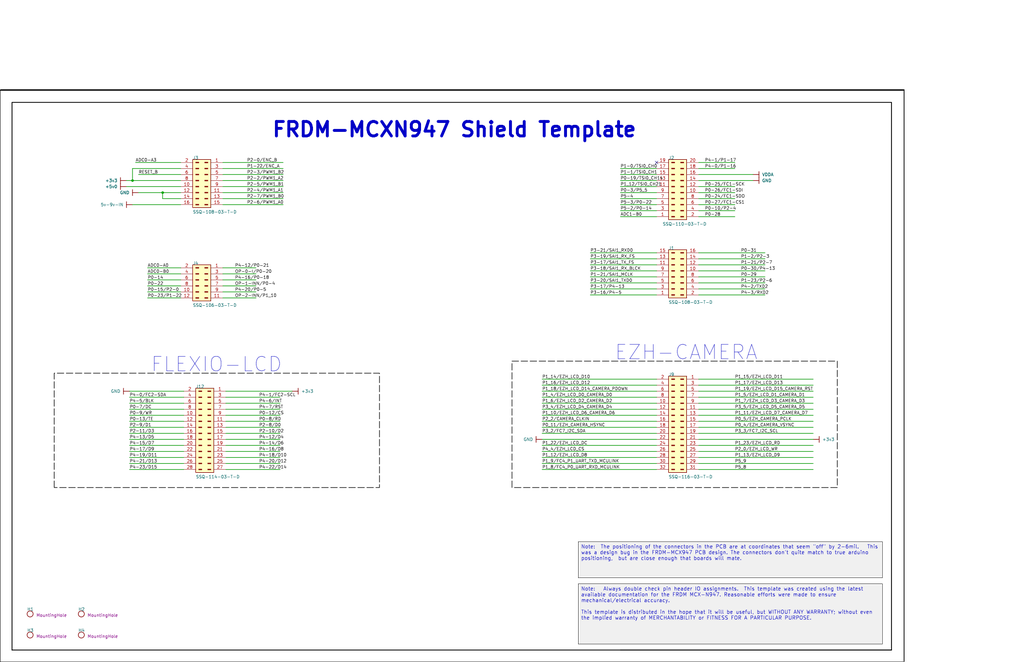
<source format=kicad_sch>
(kicad_sch (version 20230121) (generator eeschema)
  (paper "B")
  (lib_symbols
    (symbol "FRDM-MCXN947__Shield_Template-altium-import:+3v3" (power)
      (property "Reference" "#PWR" (at 0 0 0))
      (property "Value" "+3v3" (at 0 3.81 0))
      (symbol "+3v3_0_0"
        (polyline (pts (xy -1.27 -2.54) (xy 1.27 -2.54)) (stroke (width 0.254)))
        (polyline (pts (xy 0 0) (xy 0 -2.54)) (stroke (width 0.254)))
        (pin power_in line (at 0 0 0) (length 0) hide (name "+3v3") (number ""))
      )
    )
    (symbol "FRDM-MCXN947__Shield_Template-altium-import:+5v0" (power)
      (property "Reference" "#PWR" (at 0 0 0))
      (property "Value" "+5v0" (at 0 3.81 0))
      (symbol "+5v0_0_0"
        (polyline (pts (xy -1.27 -2.54) (xy 1.27 -2.54)) (stroke (width 0.254)))
        (polyline (pts (xy 0 0) (xy 0 -2.54)) (stroke (width 0.254)))
        (pin power_in line (at 0 0 0) (length 0) hide (name "+5v0") (number ""))
      )
    )
    (symbol "FRDM-MCXN947__Shield_Template-altium-import:5v-9v-IN" (power)
      (property "Reference" "#PWR" (at 0 0 0))
      (property "Value" "5v-9v-IN" (at 0 3.81 0))
      (symbol "5v-9v-IN_0_0"
        (polyline (pts (xy -1.27 -2.54) (xy 1.27 -2.54)) (stroke (width 0.254)))
        (polyline (pts (xy 0 0) (xy 0 -2.54)) (stroke (width 0.254)))
        (pin power_in line (at 0 0 0) (length 0) hide (name "5v-9v-IN") (number ""))
      )
    )
    (symbol "FRDM-MCXN947__Shield_Template-altium-import:GND" (power)
      (property "Reference" "#PWR" (at 0 0 0))
      (property "Value" "GND" (at 0 3.81 0))
      (symbol "GND_0_0"
        (polyline (pts (xy -1.27 -2.54) (xy 1.27 -2.54)) (stroke (width 0.254)))
        (polyline (pts (xy 0 0) (xy 0 -2.54)) (stroke (width 0.254)))
        (pin power_in line (at 0 0 0) (length 0) hide (name "GND") (number ""))
      )
    )
    (symbol "FRDM-MCXN947__Shield_Template-altium-import:VDDA" (power)
      (property "Reference" "#PWR" (at 0 0 0))
      (property "Value" "VDDA" (at 0 3.81 0))
      (symbol "VDDA_0_0"
        (polyline (pts (xy -1.27 -2.54) (xy 1.27 -2.54)) (stroke (width 0.254)))
        (polyline (pts (xy 0 0) (xy 0 -2.54)) (stroke (width 0.254)))
        (pin power_in line (at 0 0 0) (length 0) hide (name "VDDA") (number ""))
      )
    )
    (symbol "FRDM-MCXN947__Shield_Template-altium-import:root_0_Mechanical_MountingHole"
      (symbol "root_0_Mechanical_MountingHole_1_0"
        (circle (center 0 0) (radius 1.27) (stroke (width 0.254)))
      )
    )
    (symbol "FRDM-MCXN947__Shield_Template-altium-import:root_0_mirrored_SSQ-106-03-T-D"
      (symbol "root_0_mirrored_SSQ-106-03-T-D_1_0"
        (rectangle (start -1.27 -7.493) (end -2.54 -7.747) (stroke (width 0.254)))
        (rectangle (start -1.27 -4.953) (end -2.54 -5.207) (stroke (width 0.254)))
        (rectangle (start -1.27 -2.413) (end -2.54 -2.667) (stroke (width 0.254)))
        (rectangle (start -1.27 0.127) (end -2.54 -0.127) (stroke (width 0.254)))
        (rectangle (start -1.27 2.667) (end -2.54 2.413) (stroke (width 0.254)))
        (rectangle (start -1.27 5.207) (end -2.54 4.953) (stroke (width 0.254)))
        (rectangle (start 2.54 -7.493) (end 1.27 -7.747) (stroke (width 0.254)))
        (rectangle (start 2.54 -4.953) (end 1.27 -5.207) (stroke (width 0.254)))
        (rectangle (start 2.54 -2.413) (end 1.27 -2.667) (stroke (width 0.254)))
        (rectangle (start 2.54 0.127) (end 1.27 -0.127) (stroke (width 0.254)))
        (rectangle (start 2.54 2.667) (end 1.27 2.413) (stroke (width 0.254)))
        (rectangle (start 2.54 5.207) (end 1.27 4.953) (stroke (width 0.254)))
        (rectangle (start 3.81 6.35) (end -3.81 -8.89) (stroke (width 0.254)) (fill (type background)))
        (pin passive line (at 8.89 5.08 180) (length 5.08) (name "Pin_1") (number "1"))
        (pin passive line (at -8.89 -5.08 0) (length 5.08) (name "Pin_10") (number "10"))
        (pin passive line (at 8.89 -7.62 180) (length 5.08) (name "Pin_11") (number "11"))
        (pin passive line (at -8.89 -7.62 0) (length 5.08) (name "Pin_12") (number "12"))
        (pin passive line (at -8.89 5.08 0) (length 5.08) (name "Pin_2") (number "2"))
        (pin passive line (at 8.89 2.54 180) (length 5.08) (name "Pin_3") (number "3"))
        (pin passive line (at -8.89 2.54 0) (length 5.08) (name "Pin_4") (number "4"))
        (pin passive line (at 8.89 0 180) (length 5.08) (name "Pin_5") (number "5"))
        (pin passive line (at -8.89 0 0) (length 5.08) (name "Pin_6") (number "6"))
        (pin passive line (at 8.89 -2.54 180) (length 5.08) (name "Pin_7") (number "7"))
        (pin passive line (at -8.89 -2.54 0) (length 5.08) (name "Pin_8") (number "8"))
        (pin passive line (at 8.89 -5.08 180) (length 5.08) (name "Pin_9") (number "9"))
      )
    )
    (symbol "FRDM-MCXN947__Shield_Template-altium-import:root_0_mirrored_SSQ-108-03-T-D"
      (symbol "root_0_mirrored_SSQ-108-03-T-D_1_0"
        (rectangle (start -1.27 -10.033) (end -2.54 -10.287) (stroke (width 0.254)))
        (rectangle (start -1.27 -7.493) (end -2.54 -7.747) (stroke (width 0.254)))
        (rectangle (start -1.27 -4.953) (end -2.54 -5.207) (stroke (width 0.254)))
        (rectangle (start -1.27 -2.413) (end -2.54 -2.667) (stroke (width 0.254)))
        (rectangle (start -1.27 0.127) (end -2.54 -0.127) (stroke (width 0.254)))
        (rectangle (start -1.27 2.667) (end -2.54 2.413) (stroke (width 0.254)))
        (rectangle (start -1.27 5.207) (end -2.54 4.953) (stroke (width 0.254)))
        (rectangle (start -1.27 7.747) (end -2.54 7.493) (stroke (width 0.254)))
        (rectangle (start 2.54 -10.033) (end 1.27 -10.287) (stroke (width 0.254)))
        (rectangle (start 2.54 -7.493) (end 1.27 -7.747) (stroke (width 0.254)))
        (rectangle (start 2.54 -4.953) (end 1.27 -5.207) (stroke (width 0.254)))
        (rectangle (start 2.54 -2.413) (end 1.27 -2.667) (stroke (width 0.254)))
        (rectangle (start 2.54 0.127) (end 1.27 -0.127) (stroke (width 0.254)))
        (rectangle (start 2.54 2.667) (end 1.27 2.413) (stroke (width 0.254)))
        (rectangle (start 2.54 5.207) (end 1.27 4.953) (stroke (width 0.254)))
        (rectangle (start 2.54 7.747) (end 1.27 7.493) (stroke (width 0.254)))
        (rectangle (start 3.81 8.89) (end -3.81 -11.43) (stroke (width 0.254)) (fill (type background)))
        (pin passive line (at 8.89 7.62 180) (length 5.08) (name "Pin_1") (number "1"))
        (pin passive line (at -8.89 -2.54 0) (length 5.08) (name "Pin_10") (number "10"))
        (pin passive line (at 8.89 -5.08 180) (length 5.08) (name "Pin_11") (number "11"))
        (pin passive line (at -8.89 -5.08 0) (length 5.08) (name "Pin_12") (number "12"))
        (pin passive line (at 8.89 -7.62 180) (length 5.08) (name "Pin_13") (number "13"))
        (pin passive line (at -8.89 -7.62 0) (length 5.08) (name "Pin_14") (number "14"))
        (pin passive line (at 8.89 -10.16 180) (length 5.08) (name "Pin_15") (number "15"))
        (pin passive line (at -8.89 -10.16 0) (length 5.08) (name "Pin_16") (number "16"))
        (pin passive line (at -8.89 7.62 0) (length 5.08) (name "Pin_2") (number "2"))
        (pin passive line (at 8.89 5.08 180) (length 5.08) (name "Pin_3") (number "3"))
        (pin passive line (at -8.89 5.08 0) (length 5.08) (name "Pin_4") (number "4"))
        (pin passive line (at 8.89 2.54 180) (length 5.08) (name "Pin_5") (number "5"))
        (pin passive line (at -8.89 2.54 0) (length 5.08) (name "Pin_6") (number "6"))
        (pin passive line (at 8.89 0 180) (length 5.08) (name "Pin_7") (number "7"))
        (pin passive line (at -8.89 0 0) (length 5.08) (name "Pin_8") (number "8"))
        (pin passive line (at 8.89 -2.54 180) (length 5.08) (name "Pin_9") (number "9"))
      )
    )
    (symbol "FRDM-MCXN947__Shield_Template-altium-import:root_0_mirrored_SSQ-114-03-T-D"
      (symbol "root_0_mirrored_SSQ-114-03-T-D_1_0"
        (rectangle (start -1.27 -18.923) (end -2.54 -19.177) (stroke (width 0.254)))
        (rectangle (start -1.27 -16.383) (end -2.54 -16.637) (stroke (width 0.254)))
        (rectangle (start -1.27 -13.843) (end -2.54 -14.097) (stroke (width 0.254)))
        (rectangle (start -1.27 -11.303) (end -2.54 -11.557) (stroke (width 0.254)))
        (rectangle (start -1.27 -8.763) (end -2.54 -9.017) (stroke (width 0.254)))
        (rectangle (start -1.27 -6.223) (end -2.54 -6.477) (stroke (width 0.254)))
        (rectangle (start -1.27 -3.683) (end -2.54 -3.937) (stroke (width 0.254)))
        (rectangle (start -1.27 -1.143) (end -2.54 -1.397) (stroke (width 0.254)))
        (rectangle (start -1.27 1.397) (end -2.54 1.143) (stroke (width 0.254)))
        (rectangle (start -1.27 3.937) (end -2.54 3.683) (stroke (width 0.254)))
        (rectangle (start -1.27 6.477) (end -2.54 6.223) (stroke (width 0.254)))
        (rectangle (start -1.27 9.017) (end -2.54 8.763) (stroke (width 0.254)))
        (rectangle (start -1.27 11.557) (end -2.54 11.303) (stroke (width 0.254)))
        (rectangle (start -1.27 14.097) (end -2.54 13.843) (stroke (width 0.254)))
        (rectangle (start 2.54 -18.923) (end 1.27 -19.177) (stroke (width 0.254)))
        (rectangle (start 2.54 -16.383) (end 1.27 -16.637) (stroke (width 0.254)))
        (rectangle (start 2.54 -13.843) (end 1.27 -14.097) (stroke (width 0.254)))
        (rectangle (start 2.54 -11.303) (end 1.27 -11.557) (stroke (width 0.254)))
        (rectangle (start 2.54 -8.763) (end 1.27 -9.017) (stroke (width 0.254)))
        (rectangle (start 2.54 -6.223) (end 1.27 -6.477) (stroke (width 0.254)))
        (rectangle (start 2.54 -3.683) (end 1.27 -3.937) (stroke (width 0.254)))
        (rectangle (start 2.54 -1.143) (end 1.27 -1.397) (stroke (width 0.254)))
        (rectangle (start 2.54 1.397) (end 1.27 1.143) (stroke (width 0.254)))
        (rectangle (start 2.54 3.937) (end 1.27 3.683) (stroke (width 0.254)))
        (rectangle (start 2.54 6.477) (end 1.27 6.223) (stroke (width 0.254)))
        (rectangle (start 2.54 9.017) (end 1.27 8.763) (stroke (width 0.254)))
        (rectangle (start 2.54 11.557) (end 1.27 11.303) (stroke (width 0.254)))
        (rectangle (start 2.54 14.097) (end 1.27 13.843) (stroke (width 0.254)))
        (rectangle (start 3.81 15.24) (end -3.81 -20.32) (stroke (width 0.254)) (fill (type background)))
        (pin passive line (at 8.89 13.97 180) (length 5.08) (name "Pin_1") (number "1"))
        (pin passive line (at -8.89 3.81 0) (length 5.08) (name "Pin_10") (number "10"))
        (pin passive line (at 8.89 1.27 180) (length 5.08) (name "Pin_11") (number "11"))
        (pin passive line (at -8.89 1.27 0) (length 5.08) (name "Pin_12") (number "12"))
        (pin passive line (at 8.89 -1.27 180) (length 5.08) (name "Pin_13") (number "13"))
        (pin passive line (at -8.89 -1.27 0) (length 5.08) (name "Pin_14") (number "14"))
        (pin passive line (at 8.89 -3.81 180) (length 5.08) (name "Pin_15") (number "15"))
        (pin passive line (at -8.89 -3.81 0) (length 5.08) (name "Pin_16") (number "16"))
        (pin passive line (at 8.89 -6.35 180) (length 5.08) (name "Pin_17") (number "17"))
        (pin passive line (at -8.89 -6.35 0) (length 5.08) (name "Pin_18") (number "18"))
        (pin passive line (at 8.89 -8.89 180) (length 5.08) (name "Pin_19") (number "19"))
        (pin passive line (at -8.89 13.97 0) (length 5.08) (name "Pin_2") (number "2"))
        (pin passive line (at -8.89 -8.89 0) (length 5.08) (name "Pin_20") (number "20"))
        (pin passive line (at 8.89 -11.43 180) (length 5.08) (name "Pin_21") (number "21"))
        (pin passive line (at -8.89 -11.43 0) (length 5.08) (name "Pin_22") (number "22"))
        (pin passive line (at 8.89 -13.97 180) (length 5.08) (name "Pin_23") (number "23"))
        (pin passive line (at -8.89 -13.97 0) (length 5.08) (name "Pin_24") (number "24"))
        (pin passive line (at 8.89 -16.51 180) (length 5.08) (name "Pin_25") (number "25"))
        (pin passive line (at -8.89 -16.51 0) (length 5.08) (name "Pin_26") (number "26"))
        (pin passive line (at 8.89 -19.05 180) (length 5.08) (name "Pin_27") (number "27"))
        (pin passive line (at -8.89 -19.05 0) (length 5.08) (name "Pin_28") (number "28"))
        (pin passive line (at 8.89 11.43 180) (length 5.08) (name "Pin_3") (number "3"))
        (pin passive line (at -8.89 11.43 0) (length 5.08) (name "Pin_4") (number "4"))
        (pin passive line (at 8.89 8.89 180) (length 5.08) (name "Pin_5") (number "5"))
        (pin passive line (at -8.89 8.89 0) (length 5.08) (name "Pin_6") (number "6"))
        (pin passive line (at 8.89 6.35 180) (length 5.08) (name "Pin_7") (number "7"))
        (pin passive line (at -8.89 6.35 0) (length 5.08) (name "Pin_8") (number "8"))
        (pin passive line (at 8.89 3.81 180) (length 5.08) (name "Pin_9") (number "9"))
      )
    )
    (symbol "FRDM-MCXN947__Shield_Template-altium-import:root_0_mirrored_SSQ-116-03-T-D"
      (symbol "root_0_mirrored_SSQ-116-03-T-D_1_0"
        (rectangle (start -1.27 -20.193) (end -2.54 -20.447) (stroke (width 0.254)))
        (rectangle (start -1.27 -17.653) (end -2.54 -17.907) (stroke (width 0.254)))
        (rectangle (start -1.27 -15.113) (end -2.54 -15.367) (stroke (width 0.254)))
        (rectangle (start -1.27 -12.573) (end -2.54 -12.827) (stroke (width 0.254)))
        (rectangle (start -1.27 -10.033) (end -2.54 -10.287) (stroke (width 0.254)))
        (rectangle (start -1.27 -7.493) (end -2.54 -7.747) (stroke (width 0.254)))
        (rectangle (start -1.27 -4.953) (end -2.54 -5.207) (stroke (width 0.254)))
        (rectangle (start -1.27 -2.413) (end -2.54 -2.667) (stroke (width 0.254)))
        (rectangle (start -1.27 0.127) (end -2.54 -0.127) (stroke (width 0.254)))
        (rectangle (start -1.27 2.667) (end -2.54 2.413) (stroke (width 0.254)))
        (rectangle (start -1.27 5.207) (end -2.54 4.953) (stroke (width 0.254)))
        (rectangle (start -1.27 7.747) (end -2.54 7.493) (stroke (width 0.254)))
        (rectangle (start -1.27 10.287) (end -2.54 10.033) (stroke (width 0.254)))
        (rectangle (start -1.27 12.827) (end -2.54 12.573) (stroke (width 0.254)))
        (rectangle (start -1.27 15.367) (end -2.54 15.113) (stroke (width 0.254)))
        (rectangle (start -1.27 17.907) (end -2.54 17.653) (stroke (width 0.254)))
        (rectangle (start 2.54 -20.193) (end 1.27 -20.447) (stroke (width 0.254)))
        (rectangle (start 2.54 -17.653) (end 1.27 -17.907) (stroke (width 0.254)))
        (rectangle (start 2.54 -15.113) (end 1.27 -15.367) (stroke (width 0.254)))
        (rectangle (start 2.54 -12.573) (end 1.27 -12.827) (stroke (width 0.254)))
        (rectangle (start 2.54 -10.033) (end 1.27 -10.287) (stroke (width 0.254)))
        (rectangle (start 2.54 -7.493) (end 1.27 -7.747) (stroke (width 0.254)))
        (rectangle (start 2.54 -4.953) (end 1.27 -5.207) (stroke (width 0.254)))
        (rectangle (start 2.54 -2.413) (end 1.27 -2.667) (stroke (width 0.254)))
        (rectangle (start 2.54 0.127) (end 1.27 -0.127) (stroke (width 0.254)))
        (rectangle (start 2.54 2.667) (end 1.27 2.413) (stroke (width 0.254)))
        (rectangle (start 2.54 5.207) (end 1.27 4.953) (stroke (width 0.254)))
        (rectangle (start 2.54 7.747) (end 1.27 7.493) (stroke (width 0.254)))
        (rectangle (start 2.54 10.287) (end 1.27 10.033) (stroke (width 0.254)))
        (rectangle (start 2.54 12.827) (end 1.27 12.573) (stroke (width 0.254)))
        (rectangle (start 2.54 15.367) (end 1.27 15.113) (stroke (width 0.254)))
        (rectangle (start 2.54 17.907) (end 1.27 17.653) (stroke (width 0.254)))
        (rectangle (start 3.81 19.05) (end -3.81 -21.59) (stroke (width 0.254)) (fill (type background)))
        (pin passive line (at 8.89 17.78 180) (length 5.08) (name "Pin_1") (number "1"))
        (pin passive line (at -8.89 7.62 0) (length 5.08) (name "Pin_10") (number "10"))
        (pin passive line (at 8.89 5.08 180) (length 5.08) (name "Pin_11") (number "11"))
        (pin passive line (at -8.89 5.08 0) (length 5.08) (name "Pin_12") (number "12"))
        (pin passive line (at 8.89 2.54 180) (length 5.08) (name "Pin_13") (number "13"))
        (pin passive line (at -8.89 2.54 0) (length 5.08) (name "Pin_14") (number "14"))
        (pin passive line (at 8.89 0 180) (length 5.08) (name "Pin_15") (number "15"))
        (pin passive line (at -8.89 0 0) (length 5.08) (name "Pin_16") (number "16"))
        (pin passive line (at 8.89 -2.54 180) (length 5.08) (name "Pin_17") (number "17"))
        (pin passive line (at -8.89 -2.54 0) (length 5.08) (name "Pin_18") (number "18"))
        (pin passive line (at 8.89 -5.08 180) (length 5.08) (name "Pin_19") (number "19"))
        (pin passive line (at -8.89 17.78 0) (length 5.08) (name "Pin_2") (number "2"))
        (pin passive line (at -8.89 -5.08 0) (length 5.08) (name "Pin_20") (number "20"))
        (pin passive line (at 8.89 -7.62 180) (length 5.08) (name "Pin_21") (number "21"))
        (pin passive line (at -8.89 -7.62 0) (length 5.08) (name "Pin_22") (number "22"))
        (pin passive line (at 8.89 -10.16 180) (length 5.08) (name "Pin_23") (number "23"))
        (pin passive line (at -8.89 -10.16 0) (length 5.08) (name "Pin_24") (number "24"))
        (pin passive line (at 8.89 -12.7 180) (length 5.08) (name "Pin_25") (number "25"))
        (pin passive line (at -8.89 -12.7 0) (length 5.08) (name "Pin_26") (number "26"))
        (pin passive line (at 8.89 -15.24 180) (length 5.08) (name "Pin_27") (number "27"))
        (pin passive line (at -8.89 -15.24 0) (length 5.08) (name "Pin_28") (number "28"))
        (pin passive line (at 8.89 -17.78 180) (length 5.08) (name "Pin_29") (number "29"))
        (pin passive line (at 8.89 15.24 180) (length 5.08) (name "Pin_3") (number "3"))
        (pin passive line (at -8.89 -17.78 0) (length 5.08) (name "Pin_30") (number "30"))
        (pin passive line (at 8.89 -20.32 180) (length 5.08) (name "Pin_31") (number "31"))
        (pin passive line (at -8.89 -20.32 0) (length 5.08) (name "Pin_32") (number "32"))
        (pin passive line (at -8.89 15.24 0) (length 5.08) (name "Pin_4") (number "4"))
        (pin passive line (at 8.89 12.7 180) (length 5.08) (name "Pin_5") (number "5"))
        (pin passive line (at -8.89 12.7 0) (length 5.08) (name "Pin_6") (number "6"))
        (pin passive line (at 8.89 10.16 180) (length 5.08) (name "Pin_7") (number "7"))
        (pin passive line (at -8.89 10.16 0) (length 5.08) (name "Pin_8") (number "8"))
        (pin passive line (at 8.89 7.62 180) (length 5.08) (name "Pin_9") (number "9"))
      )
    )
    (symbol "FRDM-MCXN947__Shield_Template-altium-import:root_2_mirrored_SSQ-108-03-T-D"
      (symbol "root_2_mirrored_SSQ-108-03-T-D_1_0"
        (rectangle (start -1.27 -7.493) (end -2.54 -7.747) (stroke (width 0.254)))
        (rectangle (start -1.27 -4.953) (end -2.54 -5.207) (stroke (width 0.254)))
        (rectangle (start -1.27 -2.413) (end -2.54 -2.667) (stroke (width 0.254)))
        (rectangle (start -1.27 0.127) (end -2.54 -0.127) (stroke (width 0.254)))
        (rectangle (start -1.27 2.667) (end -2.54 2.413) (stroke (width 0.254)))
        (rectangle (start -1.27 5.207) (end -2.54 4.953) (stroke (width 0.254)))
        (rectangle (start -1.27 7.747) (end -2.54 7.493) (stroke (width 0.254)))
        (rectangle (start -1.27 10.287) (end -2.54 10.033) (stroke (width 0.254)))
        (rectangle (start 2.54 -7.493) (end 1.27 -7.747) (stroke (width 0.254)))
        (rectangle (start 2.54 -4.953) (end 1.27 -5.207) (stroke (width 0.254)))
        (rectangle (start 2.54 -2.413) (end 1.27 -2.667) (stroke (width 0.254)))
        (rectangle (start 2.54 0.127) (end 1.27 -0.127) (stroke (width 0.254)))
        (rectangle (start 2.54 2.667) (end 1.27 2.413) (stroke (width 0.254)))
        (rectangle (start 2.54 5.207) (end 1.27 4.953) (stroke (width 0.254)))
        (rectangle (start 2.54 7.747) (end 1.27 7.493) (stroke (width 0.254)))
        (rectangle (start 2.54 10.287) (end 1.27 10.033) (stroke (width 0.254)))
        (rectangle (start 3.81 11.43) (end -3.81 -8.89) (stroke (width 0.254)) (fill (type background)))
        (pin passive line (at -8.89 -7.62 0) (length 5.08) (name "Pin_1") (number "1"))
        (pin passive line (at 8.89 2.54 180) (length 5.08) (name "Pin_10") (number "10"))
        (pin passive line (at -8.89 5.08 0) (length 5.08) (name "Pin_11") (number "11"))
        (pin passive line (at 8.89 5.08 180) (length 5.08) (name "Pin_12") (number "12"))
        (pin passive line (at -8.89 7.62 0) (length 5.08) (name "Pin_13") (number "13"))
        (pin passive line (at 8.89 7.62 180) (length 5.08) (name "Pin_14") (number "14"))
        (pin passive line (at -8.89 10.16 0) (length 5.08) (name "Pin_15") (number "15"))
        (pin passive line (at 8.89 10.16 180) (length 5.08) (name "Pin_16") (number "16"))
        (pin passive line (at 8.89 -7.62 180) (length 5.08) (name "Pin_2") (number "2"))
        (pin passive line (at -8.89 -5.08 0) (length 5.08) (name "Pin_3") (number "3"))
        (pin passive line (at 8.89 -5.08 180) (length 5.08) (name "Pin_4") (number "4"))
        (pin passive line (at -8.89 -2.54 0) (length 5.08) (name "Pin_5") (number "5"))
        (pin passive line (at 8.89 -2.54 180) (length 5.08) (name "Pin_6") (number "6"))
        (pin passive line (at -8.89 0 0) (length 5.08) (name "Pin_7") (number "7"))
        (pin passive line (at 8.89 0 180) (length 5.08) (name "Pin_8") (number "8"))
        (pin passive line (at -8.89 2.54 0) (length 5.08) (name "Pin_9") (number "9"))
      )
    )
    (symbol "FRDM-MCXN947__Shield_Template-altium-import:root_2_mirrored_SSQ-110-03-T-D"
      (symbol "root_2_mirrored_SSQ-110-03-T-D_1_0"
        (rectangle (start -1.27 -10.033) (end -2.54 -10.287) (stroke (width 0.254)))
        (rectangle (start -1.27 -7.493) (end -2.54 -7.747) (stroke (width 0.254)))
        (rectangle (start -1.27 -4.953) (end -2.54 -5.207) (stroke (width 0.254)))
        (rectangle (start -1.27 -2.413) (end -2.54 -2.667) (stroke (width 0.254)))
        (rectangle (start -1.27 0.127) (end -2.54 -0.127) (stroke (width 0.254)))
        (rectangle (start -1.27 2.667) (end -2.54 2.413) (stroke (width 0.254)))
        (rectangle (start -1.27 5.207) (end -2.54 4.953) (stroke (width 0.254)))
        (rectangle (start -1.27 7.747) (end -2.54 7.493) (stroke (width 0.254)))
        (rectangle (start -1.27 10.287) (end -2.54 10.033) (stroke (width 0.254)))
        (rectangle (start -1.27 12.827) (end -2.54 12.573) (stroke (width 0.254)))
        (rectangle (start 2.54 -10.033) (end 1.27 -10.287) (stroke (width 0.254)))
        (rectangle (start 2.54 -7.493) (end 1.27 -7.747) (stroke (width 0.254)))
        (rectangle (start 2.54 -4.953) (end 1.27 -5.207) (stroke (width 0.254)))
        (rectangle (start 2.54 -2.413) (end 1.27 -2.667) (stroke (width 0.254)))
        (rectangle (start 2.54 0.127) (end 1.27 -0.127) (stroke (width 0.254)))
        (rectangle (start 2.54 2.667) (end 1.27 2.413) (stroke (width 0.254)))
        (rectangle (start 2.54 5.207) (end 1.27 4.953) (stroke (width 0.254)))
        (rectangle (start 2.54 7.747) (end 1.27 7.493) (stroke (width 0.254)))
        (rectangle (start 2.54 10.287) (end 1.27 10.033) (stroke (width 0.254)))
        (rectangle (start 2.54 12.827) (end 1.27 12.573) (stroke (width 0.254)))
        (rectangle (start 3.81 13.97) (end -3.81 -11.43) (stroke (width 0.254)) (fill (type background)))
        (pin passive line (at -8.89 -10.16 0) (length 5.08) (name "Pin_1") (number "1"))
        (pin passive line (at 8.89 0 180) (length 5.08) (name "Pin_10") (number "10"))
        (pin passive line (at -8.89 2.54 0) (length 5.08) (name "Pin_11") (number "11"))
        (pin passive line (at 8.89 2.54 180) (length 5.08) (name "Pin_12") (number "12"))
        (pin passive line (at -8.89 5.08 0) (length 5.08) (name "Pin_13") (number "13"))
        (pin passive line (at 8.89 5.08 180) (length 5.08) (name "Pin_14") (number "14"))
        (pin passive line (at -8.89 7.62 0) (length 5.08) (name "Pin_15") (number "15"))
        (pin passive line (at 8.89 7.62 180) (length 5.08) (name "Pin_16") (number "16"))
        (pin passive line (at -8.89 10.16 0) (length 5.08) (name "Pin_17") (number "17"))
        (pin passive line (at 8.89 10.16 180) (length 5.08) (name "Pin_18") (number "18"))
        (pin passive line (at -8.89 12.7 0) (length 5.08) (name "Pin_19") (number "19"))
        (pin passive line (at 8.89 -10.16 180) (length 5.08) (name "Pin_2") (number "2"))
        (pin passive line (at 8.89 12.7 180) (length 5.08) (name "Pin_20") (number "20"))
        (pin passive line (at -8.89 -7.62 0) (length 5.08) (name "Pin_3") (number "3"))
        (pin passive line (at 8.89 -7.62 180) (length 5.08) (name "Pin_4") (number "4"))
        (pin passive line (at -8.89 -5.08 0) (length 5.08) (name "Pin_5") (number "5"))
        (pin passive line (at 8.89 -5.08 180) (length 5.08) (name "Pin_6") (number "6"))
        (pin passive line (at -8.89 -2.54 0) (length 5.08) (name "Pin_7") (number "7"))
        (pin passive line (at 8.89 -2.54 180) (length 5.08) (name "Pin_8") (number "8"))
        (pin passive line (at -8.89 0 0) (length 5.08) (name "Pin_9") (number "9"))
      )
    )
  )
  (junction (at 55.88 76.2))
  (junction (at 68.58 81.28))
  (no_connect (at 276.86 68.58))
  (wire (pts (xy 54.61 180.34) (xy 77.47 180.34)) (stroke (width 0.254)))
  (wire (pts (xy 95.25 165.1) (xy 123.19 165.1)) (stroke (width 0.254)))
  (wire (pts (xy 294.64 121.92) (xy 322.58 121.92)) (stroke (width 0.254)))
  (wire (pts (xy 76.2 83.82) (xy 68.58 83.82)) (stroke (width 0.254)))
  (wire (pts (xy 228.6 195.58) (xy 276.86 195.58)) (stroke (width 0.254)))
  (wire (pts (xy 294.64 124.46) (xy 322.58 124.46)) (stroke (width 0.254)))
  (wire (pts (xy 107.95 118.11) (xy 93.98 118.11)) (stroke (width 0.254)))
  (wire (pts (xy 54.61 172.72) (xy 77.47 172.72)) (stroke (width 0.254)))
  (wire (pts (xy 228.6 162.56) (xy 276.86 162.56)) (stroke (width 0.254)))
  (wire (pts (xy 93.98 76.2) (xy 119.38 76.2)) (stroke (width 0.254)))
  (wire (pts (xy 248.92 116.84) (xy 276.86 116.84)) (stroke (width 0.254)))
  (wire (pts (xy 261.62 76.2) (xy 276.86 76.2)) (stroke (width 0.254)))
  (wire (pts (xy 228.6 193.04) (xy 276.86 193.04)) (stroke (width 0.254)))
  (wire (pts (xy 76.2 120.65) (xy 62.23 120.65)) (stroke (width 0.254)))
  (wire (pts (xy 228.6 198.12) (xy 276.86 198.12)) (stroke (width 0.254)))
  (wire (pts (xy 228.6 175.26) (xy 276.86 175.26)) (stroke (width 0.254)))
  (wire (pts (xy 54.61 182.88) (xy 77.47 182.88)) (stroke (width 0.254)))
  (wire (pts (xy 95.25 190.5) (xy 118.11 190.5)) (stroke (width 0.254)))
  (wire (pts (xy 261.62 88.9) (xy 276.86 88.9)) (stroke (width 0.254)))
  (wire (pts (xy 95.25 172.72) (xy 118.11 172.72)) (stroke (width 0.254)))
  (wire (pts (xy 248.92 119.38) (xy 276.86 119.38)) (stroke (width 0.254)))
  (wire (pts (xy 294.64 68.58) (xy 309.88 68.58)) (stroke (width 0.254)))
  (wire (pts (xy 76.2 76.2) (xy 55.88 76.2)) (stroke (width 0.254)))
  (wire (pts (xy 68.58 81.28) (xy 58.42 81.28)) (stroke (width 0.254)))
  (wire (pts (xy 76.2 73.66) (xy 58.42 73.66)) (stroke (width 0.254)))
  (wire (pts (xy 55.88 76.2) (xy 53.34 76.2)) (stroke (width 0.254)))
  (wire (pts (xy 294.64 86.36) (xy 309.88 86.36)) (stroke (width 0.254)))
  (polyline (pts (xy 261.62 274.32) (xy 375.92 274.32)) (stroke (width 0.254) (type solid) (color 0 0 0 1)))
  (wire (pts (xy 76.2 115.57) (xy 62.23 115.57)) (stroke (width 0.254)))
  (wire (pts (xy 54.61 167.64) (xy 77.47 167.64)) (stroke (width 0.254)))
  (wire (pts (xy 294.64 88.9) (xy 309.88 88.9)) (stroke (width 0.254)))
  (wire (pts (xy 95.25 182.88) (xy 118.11 182.88)) (stroke (width 0.254)))
  (wire (pts (xy 261.62 71.12) (xy 276.86 71.12)) (stroke (width 0.254)))
  (wire (pts (xy 248.92 109.22) (xy 276.86 109.22)) (stroke (width 0.254)))
  (wire (pts (xy 93.98 83.82) (xy 119.38 83.82)) (stroke (width 0.254)))
  (wire (pts (xy 76.2 86.36) (xy 55.88 86.36)) (stroke (width 0.254)))
  (wire (pts (xy 93.98 78.74) (xy 119.38 78.74)) (stroke (width 0.254)))
  (polyline (pts (xy 5.08 274.32) (xy 375.92 274.32)) (stroke (width 0.254) (type solid) (color 0 0 0 1)))
  (wire (pts (xy 261.62 73.66) (xy 276.86 73.66)) (stroke (width 0.254)))
  (wire (pts (xy 76.2 123.19) (xy 62.23 123.19)) (stroke (width 0.254)))
  (wire (pts (xy 294.64 160.02) (xy 342.9 160.02)) (stroke (width 0.254)))
  (wire (pts (xy 54.61 193.04) (xy 77.47 193.04)) (stroke (width 0.254)))
  (wire (pts (xy 294.64 91.44) (xy 309.88 91.44)) (stroke (width 0.254)))
  (wire (pts (xy 93.98 68.58) (xy 119.38 68.58)) (stroke (width 0.254)))
  (wire (pts (xy 294.64 116.84) (xy 322.58 116.84)) (stroke (width 0.254)))
  (wire (pts (xy 93.98 73.66) (xy 119.38 73.66)) (stroke (width 0.254)))
  (wire (pts (xy 294.64 175.26) (xy 342.9 175.26)) (stroke (width 0.254)))
  (wire (pts (xy 76.2 68.58) (xy 57.15 68.58)) (stroke (width 0.254)))
  (wire (pts (xy 76.2 125.73) (xy 62.23 125.73)) (stroke (width 0.254)))
  (wire (pts (xy 294.64 182.88) (xy 342.9 182.88)) (stroke (width 0.254)))
  (wire (pts (xy 294.64 187.96) (xy 342.9 187.96)) (stroke (width 0.254)))
  (wire (pts (xy 76.2 71.12) (xy 55.88 71.12)) (stroke (width 0.254)))
  (wire (pts (xy 68.58 83.82) (xy 68.58 81.28)) (stroke (width 0.254)))
  (wire (pts (xy 228.6 167.64) (xy 276.86 167.64)) (stroke (width 0.254)))
  (wire (pts (xy 261.62 81.28) (xy 276.86 81.28)) (stroke (width 0.254)))
  (wire (pts (xy 294.64 109.22) (xy 322.58 109.22)) (stroke (width 0.254)))
  (wire (pts (xy 294.64 170.18) (xy 342.9 170.18)) (stroke (width 0.254)))
  (wire (pts (xy 95.25 175.26) (xy 118.11 175.26)) (stroke (width 0.254)))
  (wire (pts (xy 54.61 198.12) (xy 77.47 198.12)) (stroke (width 0.254)))
  (wire (pts (xy 228.6 160.02) (xy 276.86 160.02)) (stroke (width 0.254)))
  (wire (pts (xy 294.64 185.42) (xy 342.9 185.42)) (stroke (width 0.254)))
  (wire (pts (xy 54.61 195.58) (xy 77.47 195.58)) (stroke (width 0.254)))
  (wire (pts (xy 107.95 113.03) (xy 93.98 113.03)) (stroke (width 0.254)))
  (wire (pts (xy 261.62 78.74) (xy 276.86 78.74)) (stroke (width 0.254)))
  (wire (pts (xy 228.6 190.5) (xy 276.86 190.5)) (stroke (width 0.254)))
  (wire (pts (xy 76.2 113.03) (xy 62.23 113.03)) (stroke (width 0.254)))
  (wire (pts (xy 248.92 124.46) (xy 276.86 124.46)) (stroke (width 0.254)))
  (wire (pts (xy 228.6 187.96) (xy 276.86 187.96)) (stroke (width 0.254)))
  (wire (pts (xy 107.95 123.19) (xy 93.98 123.19)) (stroke (width 0.254)))
  (wire (pts (xy 95.25 180.34) (xy 118.11 180.34)) (stroke (width 0.254)))
  (wire (pts (xy 294.64 162.56) (xy 342.9 162.56)) (stroke (width 0.254)))
  (wire (pts (xy 228.6 185.42) (xy 276.86 185.42)) (stroke (width 0.254)))
  (wire (pts (xy 93.98 81.28) (xy 119.38 81.28)) (stroke (width 0.254)))
  (wire (pts (xy 93.98 86.36) (xy 119.38 86.36)) (stroke (width 0.254)))
  (wire (pts (xy 95.25 170.18) (xy 118.11 170.18)) (stroke (width 0.254)))
  (wire (pts (xy 107.95 120.65) (xy 93.98 120.65)) (stroke (width 0.254)))
  (wire (pts (xy 95.25 193.04) (xy 118.11 193.04)) (stroke (width 0.254)))
  (wire (pts (xy 54.61 190.5) (xy 77.47 190.5)) (stroke (width 0.254)))
  (wire (pts (xy 77.47 165.1) (xy 54.61 165.1)) (stroke (width 0.254)))
  (wire (pts (xy 294.64 83.82) (xy 309.88 83.82)) (stroke (width 0.254)))
  (wire (pts (xy 95.25 187.96) (xy 118.11 187.96)) (stroke (width 0.254)))
  (wire (pts (xy 294.64 81.28) (xy 309.88 81.28)) (stroke (width 0.254)))
  (wire (pts (xy 248.92 121.92) (xy 276.86 121.92)) (stroke (width 0.254)))
  (wire (pts (xy 294.64 76.2) (xy 317.5 76.2)) (stroke (width 0.254)))
  (wire (pts (xy 76.2 118.11) (xy 62.23 118.11)) (stroke (width 0.254)))
  (wire (pts (xy 248.92 114.3) (xy 276.86 114.3)) (stroke (width 0.254)))
  (wire (pts (xy 294.64 114.3) (xy 322.58 114.3)) (stroke (width 0.254)))
  (wire (pts (xy 95.25 195.58) (xy 118.11 195.58)) (stroke (width 0.254)))
  (wire (pts (xy 228.6 182.88) (xy 276.86 182.88)) (stroke (width 0.254)))
  (wire (pts (xy 248.92 111.76) (xy 276.86 111.76)) (stroke (width 0.254)))
  (wire (pts (xy 54.61 170.18) (xy 77.47 170.18)) (stroke (width 0.254)))
  (wire (pts (xy 54.61 185.42) (xy 77.47 185.42)) (stroke (width 0.254)))
  (wire (pts (xy 294.64 177.8) (xy 342.9 177.8)) (stroke (width 0.254)))
  (wire (pts (xy 228.6 170.18) (xy 276.86 170.18)) (stroke (width 0.254)))
  (wire (pts (xy 95.25 198.12) (xy 118.11 198.12)) (stroke (width 0.254)))
  (wire (pts (xy 261.62 91.44) (xy 276.86 91.44)) (stroke (width 0.254)))
  (wire (pts (xy 294.64 180.34) (xy 342.9 180.34)) (stroke (width 0.254)))
  (wire (pts (xy 294.64 73.66) (xy 317.5 73.66)) (stroke (width 0.254)))
  (wire (pts (xy 261.62 86.36) (xy 276.86 86.36)) (stroke (width 0.254)))
  (wire (pts (xy 55.88 71.12) (xy 55.88 76.2)) (stroke (width 0.254)))
  (wire (pts (xy 76.2 81.28) (xy 68.58 81.28)) (stroke (width 0.254)))
  (wire (pts (xy 261.62 83.82) (xy 276.86 83.82)) (stroke (width 0.254)))
  (wire (pts (xy 248.92 106.68) (xy 276.86 106.68)) (stroke (width 0.254)))
  (wire (pts (xy 294.64 190.5) (xy 342.9 190.5)) (stroke (width 0.254)))
  (wire (pts (xy 54.61 175.26) (xy 77.47 175.26)) (stroke (width 0.254)))
  (wire (pts (xy 95.25 185.42) (xy 118.11 185.42)) (stroke (width 0.254)))
  (wire (pts (xy 107.95 125.73) (xy 93.98 125.73)) (stroke (width 0.254)))
  (wire (pts (xy 76.2 78.74) (xy 53.34 78.74)) (stroke (width 0.254)))
  (wire (pts (xy 294.64 106.68) (xy 322.58 106.68)) (stroke (width 0.254)))
  (wire (pts (xy 294.64 198.12) (xy 342.9 198.12)) (stroke (width 0.254)))
  (wire (pts (xy 228.6 177.8) (xy 276.86 177.8)) (stroke (width 0.254)))
  (wire (pts (xy 294.64 195.58) (xy 342.9 195.58)) (stroke (width 0.254)))
  (wire (pts (xy 54.61 187.96) (xy 77.47 187.96)) (stroke (width 0.254)))
  (wire (pts (xy 95.25 177.8) (xy 118.11 177.8)) (stroke (width 0.254)))
  (wire (pts (xy 294.64 78.74) (xy 309.88 78.74)) (stroke (width 0.254)))
  (wire (pts (xy 294.64 193.04) (xy 342.9 193.04)) (stroke (width 0.254)))
  (wire (pts (xy 294.64 71.12) (xy 309.88 71.12)) (stroke (width 0.254)))
  (wire (pts (xy 294.64 167.64) (xy 342.9 167.64)) (stroke (width 0.254)))
  (wire (pts (xy 95.25 167.64) (xy 118.11 167.64)) (stroke (width 0.254)))
  (wire (pts (xy 294.64 172.72) (xy 342.9 172.72)) (stroke (width 0.254)))
  (wire (pts (xy 294.64 119.38) (xy 322.58 119.38)) (stroke (width 0.254)))
  (polyline (pts (xy 5.08 274.32) (xy 375.92 274.32)) (stroke (width 0.254) (type solid) (color 0 0 0 1)))
  (wire (pts (xy 93.98 71.12) (xy 119.38 71.12)) (stroke (width 0.254)))
  (wire (pts (xy 294.64 111.76) (xy 322.58 111.76)) (stroke (width 0.254)))
  (wire (pts (xy 107.95 115.57) (xy 93.98 115.57)) (stroke (width 0.254)))
  (wire (pts (xy 228.6 172.72) (xy 276.86 172.72)) (stroke (width 0.254)))
  (wire (pts (xy 228.6 165.1) (xy 276.86 165.1)) (stroke (width 0.254)))
  (wire (pts (xy 294.64 165.1) (xy 342.9 165.1)) (stroke (width 0.254)))
  (wire (pts (xy 54.61 177.8) (xy 77.47 177.8)) (stroke (width 0.254)))
  (wire (pts (xy 228.6 180.34) (xy 276.86 180.34)) (stroke (width 0.254)))
  (polyline (pts (xy 375.92 274.32) (xy 375.92 43.18) (xy 5.08 43.18) (xy 5.08 274.32)) (stroke (width 0.254) (type solid) (color 0 0 0 1)))
  (polyline (pts (xy 381 279.4) (xy 0 279.4) (xy 0 38.1) (xy 381 38.1)) (stroke (width 0.254) (type solid) (color 0 0 0 1)))
  (polyline (pts (xy 375.92 274.32) (xy 375.92 43.18) (xy 5.08 43.18) (xy 5.08 274.32)) (stroke (width 0.254) (type solid) (color 0 0 0 1)))
  (polyline (pts (xy 22.86 205.74) (xy 22.86 157.48) (xy 160.02 157.48) (xy 160.02 205.74) (xy 22.86 205.74)) (stroke (width 0.254) (type dash) (color 0 0 0 1)))
  (polyline (pts (xy 215.9 205.74) (xy 215.9 152.4) (xy 353.06 152.4) (xy 353.06 205.74) (xy 215.9 205.74)) (stroke (width 0.254) (type dash) (color 0 0 0 1)))
  (polyline (pts (xy 381 279.4) (xy 0 279.4) (xy 0 38.1) (xy 381 38.1)) (stroke (width 0.254) (type solid) (color 0 0 0 1)))
  (polyline (pts (xy 381.254 279.146) (xy 381.254 37.846) (xy 0.254 37.846)) (stroke (width 0.254) (type solid) (color 0 0 0 1)))
  (polyline (pts (xy 381.254 279.146) (xy 381.254 37.846) (xy 0.254 37.846)) (stroke (width 0.254) (type solid) (color 0 0 0 1)))
  (text_box "Note:   Always double check pin header IO assignments.  This template was created using the latest available documentation for the FRDM MCX-N947. Reasonable efforts were made to ensure mechanical/electrical accuracy.  \n\nThis template is distributed in the hope that it will be useful, but WITHOUT ANY WARRANTY; without even the implied warranty of MERCHANTABILITY or FITNESS FOR A PARTICULAR PURPOSE." (at 243.84 246.38 0) (size 128.27 25.4) (stroke (width 0) (color 0 0 0 1)) (fill (type color) (color 240 240 240 1)) (effects (font (size 1.524 1.524)) (justify left top)))
  (text_box "Note:  The positioning of the connectors in the PCB are at coordinates that seem \"off\" by 2-6mil.   This was a design bug in the FRDM-MCX947 PCB design. The connectors don't quite match to true arduino positioning,  but are close enough that boards will mate." (at 372.11 228.6 0) (size -128.27 15.24) (stroke (width 0) (color 0 0 0 1)) (fill (type color) (color 240 240 240 1)) (effects (font (size 1.524 1.524)) (justify left top)))
  (text "FRDM-MCXN947 Shield Template" (at 114.3 58.42 0) (effects (font (size 6.096 6.096) bold) (justify left bottom)))
  (text "" (at 124.46 243.84 0) (effects (font (size 6.096 6.096)) (justify left bottom)))
  (text "FLEXIO-LCD" (at 63.5 157.48 0) (effects (font (size 6.096 6.096)) (justify left bottom)))
  (text "EZH-CAMERA" (at 259.08 152.4 0) (effects (font (size 6.096 6.096)) (justify left bottom)))
  (text "" (at 45.72 281.94 0) (effects (font (size 3.048 3.048)) (justify left bottom)))
  (label "P5-3/P0-22" (at 261.62 86.36 0))
  (label "P3-20/SAI1_TXD0" (at 248.92 119.38 0))
  (label "P4-18/D10" (at 109.22 193.04 0))
  (label "P1_23/EZH_LCD_RD" (at 309.88 187.96 0))
  (label "P1-0/TSI0_CH0" (at 261.62 71.12 0))
  (label "RESET_B" (at 58.42 73.66 0))
  (label "P0-8/RD" (at 109.22 177.8 0))
  (label "P0-10/P2-4" (at 297.18 88.9 0))
  (label "P1_9/FC4_P1_UART_TXD_MCULINK" (at 228.6 195.58 0))
  (label "ADC0-B0" (at 62.23 115.57 0))
  (label "P0-7/DC" (at 54.61 172.72 0))
  (label "P1-2/P2-3" (at 312.42 109.22 0))
  (label "P2-4/PWM1_A1" (at 104.14 81.28 0))
  (label "P4-23/D15" (at 54.61 198.12 0))
  (label "OP-1-INN/P0-4" (at 99.06 120.65 0))
  (label "P2_2/CAMERA_CLKIN" (at 228.6 177.8 0))
  (label "OP-2-INN/P1_10" (at 99.06 125.73 0))
  (label "P0-23/P1-22" (at 62.23 125.73 0))
  (label "P4-1/FC2-SCL" (at 109.22 167.64 0))
  (label "P4-20/P0-5" (at 99.06 123.19 0))
  (label "P4-19/D11" (at 54.61 193.04 0))
  (label "P2-7/PWM1_B0" (at 104.14 83.82 0))
  (label "P1_14/EZH_LCD_D10" (at 228.6 160.02 0))
  (label "P1_17/EZH_LCD_D13" (at 309.88 162.56 0))
  (label "P2-5/PWM1_B1" (at 104.14 78.74 0))
  (label "ADC0-A0" (at 62.23 113.03 0))
  (label "P0-30/P4-13" (at 312.42 114.3 0))
  (label "P3-17/P4-13" (at 248.92 121.92 0))
  (label "P2-11/D3" (at 54.61 182.88 0))
  (label "P5-2/P0-14" (at 261.62 88.9 0))
  (label "P4-20/D12" (at 109.22 195.58 0))
  (label "P4-5/BLK" (at 54.61 170.18 0))
  (label "ADC1-B0" (at 261.62 91.44 0))
  (label "P4-2/TXD2" (at 312.42 121.92 0))
  (label "P1_12/EZH_LCD_D8" (at 228.6 193.04 0))
  (label "P0_11/EZH_CAMERA_HSYNC" (at 228.6 180.34 0))
  (label "P4_4/EZH_LCD_CS" (at 228.6 190.5 0))
  (label "P5_8" (at 309.88 198.12 0))
  (label "P4-17/D9" (at 54.61 190.5 0))
  (label "P2_0/EZH_LCD_WR" (at 309.88 190.5 0))
  (label "P1_10/EZH_LCD_D6_CAMERA_D6" (at 228.6 175.26 0))
  (label "P1_18/EZH_LCD_D14_CAMERA_PDOWN" (at 228.6 165.1 0))
  (label "P4-6/INT" (at 109.22 170.18 0))
  (label "P3_3/FC7_I2C_SCL" (at 309.88 182.88 0))
  (label "P0-24/FC1-SDO" (at 297.18 83.82 0))
  (label "P0-25/FC1-SCK" (at 297.18 78.74 0))
  (label "P0-13/TE" (at 54.61 177.8 0))
  (label "P4-22/D14" (at 109.22 198.12 0))
  (label "P2-8/D0" (at 109.22 180.34 0))
  (label "P1-22/ENC_A" (at 104.14 71.12 0))
  (label "P1_15/EZH_LCD_D11" (at 309.88 160.02 0))
  (label "P0_5/EZH_CAMERA_PCLK" (at 309.88 177.8 0))
  (label "P5-4" (at 261.62 83.82 0))
  (label "P0-3/P5_5" (at 261.62 81.28 0))
  (label "P3-21/SAI1_RXD0" (at 248.92 106.68 0))
  (label "P1-23/P2-6" (at 312.42 119.38 0))
  (label "P0-28" (at 297.18 91.44 0))
  (label "P0-29" (at 312.42 116.84 0))
  (label "P1_5/EZH_LCD_D1_CAMERA_D1" (at 309.88 167.64 0))
  (label "P2-2/PWM1_A2" (at 104.14 76.2 0))
  (label "P3_2/FC7_I2C_SDA" (at 228.6 182.88 0))
  (label "P5_9" (at 309.88 195.58 0))
  (label "P1-21/P2-7" (at 312.42 111.76 0))
  (label "P4-0/P1-16" (at 297.18 71.12 0))
  (label "P0-27/FC1-CS1" (at 297.18 86.36 0))
  (label "P3-18/SAI1_RX_BLCK" (at 248.92 114.3 0))
  (label "ADC0-A3" (at 57.15 68.58 0))
  (label "P3-17/SAI1_TX_FS" (at 248.92 111.76 0))
  (label "P1_12/TSI0_CH21" (at 261.62 78.74 0))
  (label "P4-1/P1-17" (at 297.18 68.58 0))
  (label "P4-21/D13" (at 54.61 195.58 0))
  (label "P0-22" (at 62.23 120.65 0))
  (label "P1_19/EZH_LCD_D15_CAMERA_RST" (at 309.88 165.1 0))
  (label "P2-6/PWM1_A0" (at 104.14 86.36 0))
  (label "P1_13/EZH_LCD_D9" (at 309.88 193.04 0))
  (label "P4-12/P0-21" (at 99.06 113.03 0))
  (label "P1_11/EZH_LCD_D7_CAMERA_D7" (at 309.88 175.26 0))
  (label "OP-0-I/P0-20" (at 99.06 115.57 0))
  (label "P4-3/RXD2" (at 312.42 124.46 0))
  (label "P1_16/EZH_LCD_D12" (at 228.6 162.56 0))
  (label "P0-19/TSI0_CH14" (at 261.62 76.2 0))
  (label "P4-7/RST" (at 109.22 172.72 0))
  (label "P2-0/ENC_B" (at 104.14 68.58 0))
  (label "P3_5/EZH_LCD_D5_CAMERA_D5" (at 309.88 172.72 0))
  (label "P4-16/D8" (at 109.22 190.5 0))
  (label "P1-21/SAI1_MCLK" (at 248.92 116.84 0))
  (label "P0-9/WR" (at 54.61 175.26 0))
  (label "P3-19/SAI1_RX_FS" (at 248.92 109.22 0))
  (label "P2-9/D1" (at 54.61 180.34 0))
  (label "P0_4/EZH_CAMERA_VSYNC" (at 309.88 180.34 0))
  (label "P1_4/EZH_LCD_D0_CAMERA_D0" (at 228.6 167.64 0))
  (label "P4-14/D6" (at 109.22 187.96 0))
  (label "P3_4/EZH_LCD_D4_CAMERA_D4" (at 228.6 172.72 0))
  (label "P0-15/P2-0" (at 62.23 123.19 0))
  (label "P1_6/EZH_LCD_D2_CAMERA_D2" (at 228.6 170.18 0))
  (label "P4-16/P0-18" (at 99.06 118.11 0))
  (label "P4-13/D5" (at 54.61 185.42 0))
  (label "P4-12/D4" (at 109.22 185.42 0))
  (label "P1-1/TSI0_CH1" (at 261.62 73.66 0))
  (label "P1_7/EZH_LCD_D3_CAMERA_D3" (at 309.88 170.18 0))
  (label "P0-12/CS" (at 109.22 175.26 0))
  (label "P0-31" (at 312.42 106.68 0))
  (label "P4-15/D7" (at 54.61 187.96 0))
  (label "P1_22/EZH_LCD_DC" (at 228.6 187.96 0))
  (label "P3-16/P4-5" (at 248.92 124.46 0))
  (label "P2-10/D2" (at 109.22 182.88 0))
  (label "P0-26/FC1-SDI" (at 297.18 81.28 0))
  (label "P1_8/FC4_P0_UART_RXD_MCULINK" (at 228.6 198.12 0))
  (label "P0-14" (at 62.23 118.11 0))
  (label "P4-0/FC2-SDA" (at 54.61 167.64 0))
  (label "P2-3/PWM1_B2" (at 104.14 73.66 0))
  (symbol (lib_id "FRDM-MCXN947__Shield_Template-altium-import:root_0_mirrored_SSQ-114-03-T-D") (at 86.36 179.07 0) (unit 1)
    (property "Reference" "J12" (at 82.55 163.83 0) (effects (justify left bottom)))
    (property "Value" "${ALTIUM_VALUE}" (at 82.55 201.93 0) (effects (justify left bottom)))
    (property "Footprint" "SSQ-114-03-T-D" (effects hide))
    (property "ALTIUM_VALUE" "SSQ-114-03-T-D" (effects hide))
    (property "MANUFACTURER" "Samtec Inc." (effects hide))
    (property "MANUFACTURER PART NUMBER" "SSQ-114-03-T-D" (effects hide))
  )
  (symbol (lib_id "FRDM-MCXN947__Shield_Template-altium-import:VDDA") (at 317.5 73.66 90) (unit 1)
    (property "Reference" "#PWR?" (effects hide))
    (property "Value" "VDDA" (at 321.31 73.66 90) (effects (justify right)))
  )
  (symbol (lib_id "FRDM-MCXN947__Shield_Template-altium-import:+3v3") (at 123.19 165.1 90) (unit 1)
    (property "Reference" "#PWR?" (effects hide))
    (property "Value" "+3v3" (at 127 165.1 90) (effects (justify right)))
  )
  (symbol (lib_id "FRDM-MCXN947__Shield_Template-altium-import:+3v3") (at 342.9 185.42 90) (unit 1)
    (property "Reference" "#PWR?" (effects hide))
    (property "Value" "+3v3" (at 346.71 185.42 90) (effects (justify right)))
  )
  (symbol (lib_id "FRDM-MCXN947__Shield_Template-altium-import:root_0_Mechanical_MountingHole") (at 12.7 267.97 0) (unit 1)
    (property "Reference" "H3" (at 11.43 266.7 0) (effects (justify left bottom)))
    (property "Value" "Mechanical_MountingHole" (effects hide))
    (property "Footprint" "MountingHole_3.2mm_M3" (effects hide))
    (property "NAME" "Mechanical_MountingHole" (effects hide))
    (property "SYMBOL" "Mechanical_MountingHole" (effects hide))
    (property "DEVICE" "Mechanical_MountingHole" (effects hide))
    (property "ALTIUM_VALUE" "MountingHole" (at 15.24 269.24 0) (effects (justify left bottom)))
    (property "ADD INTO BOM" "yes" (effects hide))
    (property "CONVERT TO PCB" "yes" (effects hide))
    (property "ORIGIN FOOTPRINT" "MountingHole_3.2mm_M3" (effects hide))
  )
  (symbol (lib_id "FRDM-MCXN947__Shield_Template-altium-import:root_2_mirrored_SSQ-110-03-T-D") (at 285.75 81.28 0) (unit 1)
    (property "Reference" "J2" (at 281.94 67.31 0) (effects (justify left bottom)))
    (property "Value" "${ALTIUM_VALUE}" (at 279.4 95.25 0) (effects (justify left bottom)))
    (property "Footprint" "SSQ-110-03-T-D" (effects hide))
    (property "ALTIUM_VALUE" "SSQ-110-03-T-D" (effects hide))
    (property "MANUFACTURER" "Samtec Inc." (effects hide))
    (property "MANUFACTURER PART NUMBER" "SSQ-110-23-T-D" (effects hide))
  )
  (symbol (lib_id "FRDM-MCXN947__Shield_Template-altium-import:root_0_mirrored_SSQ-108-03-T-D") (at 85.09 76.2 0) (unit 1)
    (property "Reference" "J3" (at 81.28 67.31 0) (effects (justify left bottom)))
    (property "Value" "${ALTIUM_VALUE}" (at 81.28 90.17 0) (effects (justify left bottom)))
    (property "Footprint" "SSQ-108-03-T-D" (effects hide))
    (property "ALTIUM_VALUE" "SSQ-108-03-T-D" (effects hide))
    (property "MANUFACTURER" "Samtec Inc." (effects hide))
    (property "MANUFACTURER PART NUMBER" "SSQ-108-03-T-D" (effects hide))
  )
  (symbol (lib_id "FRDM-MCXN947__Shield_Template-altium-import:root_0_Mechanical_MountingHole") (at 34.29 259.08 0) (unit 1)
    (property "Reference" "H2" (at 33.02 257.81 0) (effects (justify left bottom)))
    (property "Value" "Mechanical_MountingHole" (effects hide))
    (property "Footprint" "MountingHole_3.2mm_M3" (effects hide))
    (property "NAME" "Mechanical_MountingHole" (effects hide))
    (property "SYMBOL" "Mechanical_MountingHole" (effects hide))
    (property "DEVICE" "Mechanical_MountingHole" (effects hide))
    (property "ALTIUM_VALUE" "MountingHole" (at 36.83 260.35 0) (effects (justify left bottom)))
    (property "ADD INTO BOM" "yes" (effects hide))
    (property "CONVERT TO PCB" "yes" (effects hide))
    (property "ORIGIN FOOTPRINT" "MountingHole_3.2mm_M3" (effects hide))
  )
  (symbol (lib_id "FRDM-MCXN947__Shield_Template-altium-import:GND") (at 54.61 165.1 270) (unit 1)
    (property "Reference" "#PWR?" (effects hide))
    (property "Value" "GND" (at 50.8 165.1 90) (effects (justify right)))
  )
  (symbol (lib_id "FRDM-MCXN947__Shield_Template-altium-import:root_0_Mechanical_MountingHole") (at 34.29 267.97 0) (unit 1)
    (property "Reference" "H4" (at 33.02 266.7 0) (effects (justify left bottom)))
    (property "Value" "Mechanical_MountingHole" (effects hide))
    (property "Footprint" "MountingHole_3.2mm_M3" (effects hide))
    (property "NAME" "Mechanical_MountingHole" (effects hide))
    (property "SYMBOL" "Mechanical_MountingHole" (effects hide))
    (property "DEVICE" "Mechanical_MountingHole" (effects hide))
    (property "ALTIUM_VALUE" "MountingHole" (at 36.83 269.24 0) (effects (justify left bottom)))
    (property "ADD INTO BOM" "yes" (effects hide))
    (property "CONVERT TO PCB" "yes" (effects hide))
    (property "ORIGIN FOOTPRINT" "MountingHole_3.2mm_M3" (effects hide))
  )
  (symbol (lib_id "FRDM-MCXN947__Shield_Template-altium-import:+3v3") (at 53.34 76.2 270) (unit 1)
    (property "Reference" "#PWR?" (effects hide))
    (property "Value" "+3v3" (at 49.53 76.2 90) (effects (justify right)))
  )
  (symbol (lib_id "FRDM-MCXN947__Shield_Template-altium-import:5v-9v-IN") (at 55.88 86.36 270) (unit 1)
    (property "Reference" "#PWR?" (effects hide))
    (property "Value" "5v-9v-IN" (at 52.07 86.36 90) (effects (justify right)))
  )
  (symbol (lib_id "FRDM-MCXN947__Shield_Template-altium-import:GND") (at 58.42 81.28 270) (unit 1)
    (property "Reference" "#PWR?" (effects hide))
    (property "Value" "GND" (at 54.61 81.28 90) (effects (justify right)))
  )
  (symbol (lib_id "FRDM-MCXN947__Shield_Template-altium-import:GND") (at 317.5 76.2 90) (unit 1)
    (property "Reference" "#PWR?" (effects hide))
    (property "Value" "GND" (at 321.31 76.2 90) (effects (justify right)))
  )
  (symbol (lib_id "FRDM-MCXN947__Shield_Template-altium-import:root_0_mirrored_SSQ-106-03-T-D") (at 85.09 118.11 0) (unit 1)
    (property "Reference" "J4" (at 81.28 111.76 0) (effects (justify left bottom)))
    (property "Value" "${ALTIUM_VALUE}" (at 81.28 129.54 0) (effects (justify left bottom)))
    (property "Footprint" "SSQ-106-03-T-D" (effects hide))
    (property "MANUFACTURER" "Samtec Inc." (effects hide))
    (property "MANUFACTURER PART NUMBER" "SSQ-106-03-T-D" (effects hide))
    (property "ALTIUM_VALUE" "SSQ-106-03-T-D" (effects hide))
  )
  (symbol (lib_id "FRDM-MCXN947__Shield_Template-altium-import:+5v0") (at 53.34 78.74 270) (unit 1)
    (property "Reference" "#PWR?" (effects hide))
    (property "Value" "+5v0" (at 49.53 78.74 90) (effects (justify right)))
  )
  (symbol (lib_id "FRDM-MCXN947__Shield_Template-altium-import:root_2_mirrored_SSQ-108-03-T-D") (at 285.75 116.84 0) (unit 1)
    (property "Reference" "J1" (at 281.94 105.41 0) (effects (justify left bottom)))
    (property "Value" "${ALTIUM_VALUE}" (at 281.94 128.27 0) (effects (justify left bottom)))
    (property "Footprint" "SSQ-108-03-T-D" (effects hide))
    (property "ALTIUM_VALUE" "SSQ-108-03-T-D" (effects hide))
    (property "MANUFACTURER" "Samtec Inc." (effects hide))
    (property "MANUFACTURER PART NUMBER" "SSQ-108-03-T-D" (effects hide))
  )
  (symbol (lib_id "FRDM-MCXN947__Shield_Template-altium-import:GND") (at 228.6 185.42 270) (unit 1)
    (property "Reference" "#PWR?" (effects hide))
    (property "Value" "GND" (at 224.79 185.42 90) (effects (justify right)))
  )
  (symbol (lib_id "FRDM-MCXN947__Shield_Template-altium-import:root_0_Mechanical_MountingHole") (at 12.7 259.08 0) (unit 1)
    (property "Reference" "H1" (at 11.43 257.81 0) (effects (justify left bottom)))
    (property "Value" "Mechanical_MountingHole" (effects hide))
    (property "Footprint" "MountingHole_3.2mm_M3" (effects hide))
    (property "NAME" "Mechanical_MountingHole" (effects hide))
    (property "SYMBOL" "Mechanical_MountingHole" (effects hide))
    (property "DEVICE" "Mechanical_MountingHole" (effects hide))
    (property "ALTIUM_VALUE" "MountingHole" (at 15.24 260.35 0) (effects (justify left bottom)))
    (property "ADD INTO BOM" "yes" (effects hide))
    (property "CONVERT TO PCB" "yes" (effects hide))
    (property "ORIGIN FOOTPRINT" "MountingHole_3.2mm_M3" (effects hide))
  )
  (symbol (lib_id "FRDM-MCXN947__Shield_Template-altium-import:root_0_mirrored_SSQ-116-03-T-D") (at 285.75 177.8 0) (unit 1)
    (property "Reference" "J9" (at 281.94 158.75 0) (effects (justify left bottom)))
    (property "Value" "${ALTIUM_VALUE}" (at 281.94 201.93 0) (effects (justify left bottom)))
    (property "Footprint" "SSQ-116-03-T-D" (effects hide))
    (property "ALTIUM_VALUE" "SSQ-116-03-T-D" (effects hide))
    (property "MANUFACTURER" "Samtec Inc." (effects hide))
    (property "MANUFACTURER P/N" "SSQ-116-03-T-D" (effects hide))
  )
)
</source>
